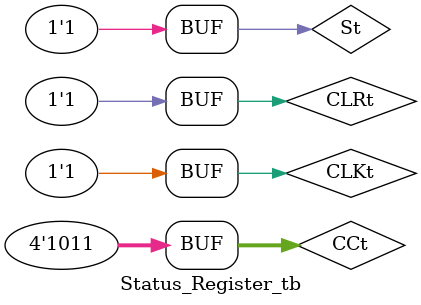
<source format=v>
module Status_Register(
    output reg [3:0] Real_CC,
    output reg Carry,
    input [3:0] CC,
    input S,
    input CLK,CLR
    );

    always@(posedge CLK)
    begin
        if(CLR)
        begin
            Real_CC = 4'b0000;
            Carry = 1'b0;
        end
        else if(S)
        begin
            Real_CC = CC;
            Carry = CC[2];
        end
    end
endmodule

module Status_Register_tb;

    wire [3:0] Real_CCt;
    wire Carryt;
    reg [3:0] CCt;
    reg St;
    reg CLKt,CLRt;

    Status_Register tst(Real_CCt,Carryt,CCt,St,CLKt,CLRt);
    initial begin
        CLKt=1;
        $monitor("CC = %b S = %b CLR = %b \nReal_CC = %b Carry = %b",CCt,St,CLRt,Real_CCt,Carryt);
        $display("***************");
        CCt = 4'b0101;
        St = 1'b1;
        CLRt = 1'b0;
        repeat (2) 
        #10 CLKt=~CLKt;
        $display("***************");
        CCt = 4'b0111;
        St = 1'b0;
        CLRt = 1'b0;
        repeat (2) 
        #10 CLKt=~CLKt;
        $display("***************");
        CCt = 4'b0000;
        St = 1'b0;
        CLRt = 1'b0;
        repeat (2) 
        #10 CLKt=~CLKt;
        $display("***************");
        CCt = 4'b1011;
        St = 1'b1;
        CLRt = 1'b0;
        repeat (2) 
        #10 CLKt=~CLKt;
        $display("***************");
        CCt = 4'b1011;
        St = 1'b1;
        CLRt = 1'b1;
        repeat (2) 
        #10 CLKt=~CLKt;
        
    end

endmodule
</source>
